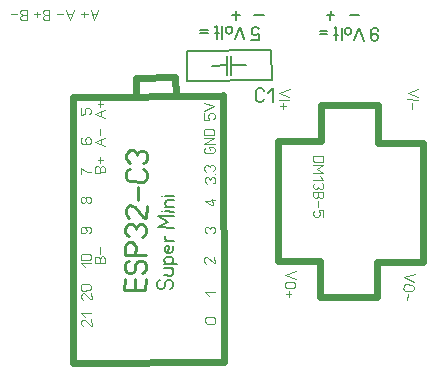
<source format=gbr>
%FSLAX34Y34*%
%MOMM*%
%LNSILK_TOP*%
G71*
G01*
%ADD10C,0.111*%
%ADD11C,0.600*%
%ADD12C,0.222*%
%ADD13C,0.167*%
%ADD14C,0.150*%
%ADD15C,0.144*%
%ADD16C,0.133*%
%LPD*%
G54D10*
X268474Y225662D02*
X268678Y220333D01*
X272564Y220482D01*
X272539Y221148D01*
X271933Y222459D01*
X271881Y223791D01*
X272385Y225145D01*
X273470Y225854D01*
X275690Y225939D01*
X276827Y225316D01*
X277432Y224005D01*
X277484Y222672D01*
X276980Y221319D01*
X275896Y220610D01*
G54D10*
X268380Y228104D02*
X277134Y231776D01*
X268124Y234766D01*
G54D10*
X184851Y175966D02*
X175969Y175624D01*
X175841Y178955D01*
X176345Y180309D01*
X177430Y181018D01*
X178540Y181060D01*
X179676Y180437D01*
X180282Y179126D01*
X180786Y180480D01*
X181871Y181188D01*
X182981Y181231D01*
X184117Y180607D01*
X184723Y179296D01*
X184851Y175966D01*
G54D10*
X180410Y175795D02*
X180282Y179126D01*
G54D10*
X180667Y183588D02*
X180462Y188917D01*
G54D10*
X178344Y186167D02*
X182785Y186338D01*
G54D10*
X184851Y99439D02*
X175968Y99098D01*
X175841Y102429D01*
X176345Y103783D01*
X177429Y104491D01*
X178540Y104534D01*
X179675Y103910D01*
X180282Y102599D01*
X180786Y103953D01*
X181870Y104662D01*
X182981Y104705D01*
X184117Y104081D01*
X184723Y102770D01*
X184851Y99439D01*
G54D10*
X180410Y99268D02*
X180282Y102599D01*
G54D10*
X180666Y107061D02*
X180462Y112390D01*
G54D10*
X184847Y198496D02*
X175837Y201486D01*
X184591Y205158D01*
G54D10*
X181465Y199701D02*
X181311Y203698D01*
G54D10*
X180611Y207452D02*
X180406Y212781D01*
G54D10*
X184848Y222199D02*
X175838Y225188D01*
X184592Y228860D01*
G54D10*
X181466Y223403D02*
X181312Y227400D01*
G54D10*
X180612Y231154D02*
X180407Y236483D01*
G54D10*
X178289Y233733D02*
X182730Y233904D01*
G54D10*
X340902Y245989D02*
X331851Y243126D01*
X340553Y239332D01*
G54D10*
X331548Y237356D02*
X340425Y236891D01*
G54D10*
X335304Y234712D02*
X335025Y229386D01*
G54D10*
X337384Y231933D02*
X332945Y232166D01*
G54D10*
X449974Y246114D02*
X440923Y243250D01*
X449625Y239456D01*
G54D10*
X440620Y237480D02*
X449497Y237015D01*
G54D10*
X444376Y234836D02*
X444097Y229510D01*
G54D10*
X446760Y89701D02*
X437709Y86837D01*
X446411Y83044D01*
G54D10*
X444339Y75364D02*
X438791Y75654D01*
X437717Y76378D01*
X437232Y77738D01*
X437301Y79070D01*
X437926Y80372D01*
X439070Y80980D01*
X444618Y80690D01*
X445693Y79965D01*
X446178Y78605D01*
X446108Y77273D01*
X445484Y75971D01*
X444339Y75364D01*
G54D10*
X440882Y73097D02*
X440603Y67772D01*
G54D10*
X346210Y92010D02*
X337159Y89147D01*
X345861Y85353D01*
G54D10*
X343790Y77673D02*
X338242Y77964D01*
X337168Y78688D01*
X336682Y80048D01*
X336752Y81380D01*
X337377Y82682D01*
X338521Y83290D01*
X344069Y82999D01*
X345144Y82275D01*
X345629Y80915D01*
X345559Y79583D01*
X344934Y78281D01*
X343790Y77673D01*
G54D10*
X340333Y75407D02*
X340054Y70081D01*
G54D10*
X342413Y72628D02*
X337975Y72861D01*
G54D11*
X366754Y69925D02*
X366754Y100925D01*
X330754Y100925D01*
X330754Y201925D01*
X367754Y201925D01*
X367754Y232925D01*
X415754Y232925D01*
X415754Y200925D01*
X453754Y200925D01*
X453754Y99925D01*
X414754Y99925D01*
X414754Y69925D01*
X366754Y69925D01*
G54D11*
X284312Y241034D02*
X284937Y15282D01*
X157365Y14781D01*
X157547Y239983D01*
X284468Y240820D01*
G54D12*
X218934Y85313D02*
X218804Y75981D01*
X201028Y76229D01*
X201158Y85562D01*
G54D12*
X209916Y76105D02*
X210046Y85437D01*
G54D12*
X215670Y90247D02*
X217910Y91550D01*
X219058Y94201D01*
X219096Y96867D01*
X218022Y99549D01*
X215819Y100913D01*
X213597Y100944D01*
X211356Y99642D01*
X210208Y96991D01*
X210170Y94325D01*
X209022Y91674D01*
X206781Y90372D01*
X204559Y90403D01*
X202356Y91767D01*
X201282Y94449D01*
X201320Y97115D01*
X202468Y99766D01*
X204708Y101069D01*
G54D12*
X219220Y105756D02*
X201444Y106004D01*
X201537Y112670D01*
X202685Y115321D01*
X204926Y116623D01*
X207147Y116592D01*
X209351Y115228D01*
X210425Y112546D01*
X210332Y105880D01*
G54D12*
X204994Y121512D02*
X202790Y122876D01*
X201717Y125558D01*
X201754Y128224D01*
X202902Y130875D01*
X205143Y132178D01*
X207365Y132146D01*
X209568Y130782D01*
X210642Y128100D01*
X211790Y130751D01*
X214031Y132053D01*
X216253Y132023D01*
X218456Y130658D01*
X219530Y127976D01*
X219493Y125310D01*
X218344Y122659D01*
X216104Y121357D01*
G54D12*
X219803Y147530D02*
X219654Y136865D01*
X218543Y136880D01*
X216340Y138244D01*
X209786Y146336D01*
X207582Y147701D01*
X205360Y147732D01*
X203119Y146430D01*
X201971Y143779D01*
X201934Y141113D01*
X203008Y138430D01*
X205211Y137066D01*
G54D12*
X212094Y152528D02*
X212243Y163194D01*
G54D12*
X216904Y178686D02*
X219108Y177322D01*
X220182Y174640D01*
X220144Y171974D01*
X218996Y169322D01*
X216755Y168020D01*
X205646Y168175D01*
X203442Y169539D01*
X202368Y172221D01*
X202406Y174888D01*
X203554Y177539D01*
X205794Y178841D01*
G54D12*
X205862Y183730D02*
X203659Y185094D01*
X202586Y187776D01*
X202622Y190442D01*
X203771Y193093D01*
X206011Y194396D01*
X208234Y194364D01*
X210437Y193000D01*
X211510Y190318D01*
X212659Y192969D01*
X214900Y194271D01*
X217121Y194240D01*
X219325Y192876D01*
X220399Y190194D01*
X220362Y187528D01*
X219213Y184877D01*
X216973Y183575D01*
G54D13*
X239522Y76797D02*
X241203Y77774D01*
X242064Y79762D01*
X242092Y81762D01*
X241287Y83773D01*
X239634Y84796D01*
X237967Y84820D01*
X236287Y83843D01*
X235426Y81855D01*
X235398Y79855D01*
X234537Y77867D01*
X232856Y76890D01*
X231190Y76914D01*
X229537Y77937D01*
X228732Y79948D01*
X228760Y81948D01*
X229621Y83936D01*
X231301Y84913D01*
G54D13*
X234769Y94532D02*
X242268Y94428D01*
G54D13*
X240602Y94451D02*
X241921Y93433D01*
X242226Y91428D01*
X241866Y89433D01*
X240518Y88452D01*
X234686Y88533D01*
G54D13*
X234821Y98199D02*
X245653Y98048D01*
G54D13*
X239820Y98129D02*
X242000Y99099D01*
X242362Y101094D01*
X242056Y103098D01*
X240404Y104122D01*
X237071Y104168D01*
X235390Y103191D01*
X234862Y101199D01*
X235334Y99192D01*
X237320Y98164D01*
G54D13*
X241705Y113771D02*
X242516Y112160D01*
X242488Y110160D01*
X241627Y108172D01*
X239955Y107795D01*
X237122Y107835D01*
X235469Y108858D01*
X234997Y110865D01*
X235525Y112858D01*
X236706Y113841D01*
X238372Y113818D01*
X238288Y107819D01*
G54D13*
X242590Y117427D02*
X235091Y117531D01*
G54D13*
X236757Y117508D02*
X235118Y119531D01*
X235146Y121531D01*
G54D13*
X242751Y128959D02*
X229419Y129145D01*
X237821Y134028D01*
X229558Y139144D01*
X242890Y138958D01*
G54D13*
X242941Y142625D02*
X235442Y142730D01*
G54D13*
X232943Y142764D02*
X232943Y142764D01*
G54D13*
X242993Y146291D02*
X235493Y146396D01*
G54D13*
X237160Y146373D02*
X236007Y147389D01*
X235535Y149396D01*
X236063Y151389D01*
X237244Y152372D01*
X243077Y152291D01*
G54D13*
X243128Y155958D02*
X235628Y156063D01*
G54D13*
X233129Y156097D02*
X233129Y156097D01*
G54D10*
X273070Y194532D02*
X272968Y197197D01*
X275743Y197304D01*
X276879Y196680D01*
X277485Y195369D01*
X277537Y194037D01*
X277033Y192683D01*
X275948Y191974D01*
X270396Y191761D01*
X269261Y192385D01*
X268654Y193696D01*
X268603Y195028D01*
X269107Y196382D01*
X270192Y197090D01*
G54D10*
X277315Y199810D02*
X268432Y199468D01*
X277110Y205139D01*
X268228Y204798D01*
G54D10*
X277016Y207581D02*
X268134Y207240D01*
X268006Y210570D01*
X268510Y211924D01*
X269595Y212633D01*
X275146Y212847D01*
X276282Y212222D01*
X276888Y210911D01*
X277016Y207581D01*
G54D10*
X270792Y166269D02*
X269657Y166892D01*
X269050Y168203D01*
X268999Y169536D01*
X269503Y170890D01*
X270588Y171598D01*
X271698Y171641D01*
X272834Y171017D01*
X273440Y169706D01*
X273944Y171060D01*
X275029Y171769D01*
X276139Y171812D01*
X277275Y171188D01*
X277881Y169877D01*
X277932Y168545D01*
X277429Y167191D01*
X276344Y166482D01*
G54D10*
X277711Y174318D02*
X277711Y174318D01*
G54D10*
X270400Y176483D02*
X269264Y177106D01*
X268658Y178417D01*
X268607Y179750D01*
X269111Y181103D01*
X270195Y181812D01*
X271306Y181854D01*
X272442Y181231D01*
X273048Y179920D01*
X273552Y181274D01*
X274636Y181982D01*
X275747Y182025D01*
X276883Y181402D01*
X277489Y180090D01*
X277540Y178758D01*
X277036Y177405D01*
X275952Y176696D01*
G54D10*
X277750Y152104D02*
X268868Y151764D01*
X274572Y147980D01*
X275683Y148023D01*
X275478Y153352D01*
G54D10*
X270660Y124293D02*
X269524Y124917D01*
X268918Y126228D01*
X268867Y127560D01*
X269371Y128914D01*
X270455Y129623D01*
X271566Y129665D01*
X272701Y129042D01*
X273308Y127731D01*
X273812Y129084D01*
X274896Y129793D01*
X276007Y129835D01*
X277143Y129212D01*
X277749Y127901D01*
X277800Y126569D01*
X277296Y125215D01*
X276212Y124507D01*
G54D10*
X277091Y104196D02*
X277296Y98867D01*
X276740Y98846D01*
X275605Y99470D01*
X272120Y103338D01*
X270984Y103962D01*
X269874Y103919D01*
X268789Y103210D01*
X268286Y101857D01*
X268337Y100524D01*
X268943Y99213D01*
X270078Y98590D01*
G54D10*
X272563Y71207D02*
X269104Y74410D01*
X277986Y74751D01*
G54D10*
X270666Y52935D02*
X276217Y53148D01*
X277353Y52525D01*
X277959Y51214D01*
X278011Y49881D01*
X277507Y48528D01*
X276422Y47819D01*
X270871Y47606D01*
X269735Y48229D01*
X269128Y49540D01*
X269077Y50872D01*
X269581Y52226D01*
X270666Y52935D01*
G54D10*
X163864Y230053D02*
X164069Y224724D01*
X167955Y224873D01*
X167929Y225539D01*
X167323Y226850D01*
X167272Y228183D01*
X167776Y229536D01*
X168860Y230245D01*
X171081Y230330D01*
X172217Y229707D01*
X172823Y228396D01*
X172874Y227064D01*
X172370Y225710D01*
X171286Y225001D01*
G54D10*
X165452Y205281D02*
X164368Y204572D01*
X163864Y203218D01*
X163915Y201886D01*
X164521Y200574D01*
X165657Y199951D01*
X168433Y200057D01*
X168988Y200079D01*
X167801Y202035D01*
X167750Y203368D01*
X168254Y204721D01*
X169338Y205430D01*
X171004Y205494D01*
X172140Y204870D01*
X172746Y203559D01*
X172797Y202227D01*
X172294Y200873D01*
X171208Y200164D01*
X168433Y200057D01*
G54D10*
X164068Y174184D02*
X163864Y179513D01*
X165000Y178890D01*
X166716Y177621D01*
X168988Y176374D01*
X170679Y175772D01*
X172899Y175857D01*
G54D10*
X168305Y153170D02*
X168356Y151839D01*
X167852Y150485D01*
X166768Y149776D01*
X165657Y149733D01*
X164522Y150356D01*
X163915Y151668D01*
X163864Y153000D01*
X164368Y154354D01*
X165453Y155063D01*
X166563Y155105D01*
X167699Y154482D01*
X168305Y153170D01*
X168809Y154524D01*
X169894Y155233D01*
X171004Y155276D01*
X172140Y154653D01*
X172746Y153341D01*
X172798Y152009D01*
X172294Y150655D01*
X171209Y149946D01*
X170099Y149903D01*
X168963Y150528D01*
X168356Y151839D01*
G54D10*
X171209Y124454D02*
X172294Y125163D01*
X172798Y126517D01*
X172746Y127849D01*
X172140Y129160D01*
X171004Y129783D01*
X168229Y129677D01*
X167674Y129656D01*
X168860Y127700D01*
X168912Y126368D01*
X168408Y125014D01*
X167323Y124305D01*
X165657Y124241D01*
X164522Y124864D01*
X163915Y126176D01*
X163864Y127508D01*
X164368Y128862D01*
X165453Y129570D01*
X168229Y129677D01*
G54D10*
X167545Y95670D02*
X164086Y98872D01*
X172968Y99213D01*
G54D10*
X165453Y106707D02*
X171004Y106921D01*
X172140Y106297D01*
X172746Y104986D01*
X172797Y103654D01*
X172294Y102300D01*
X171209Y101592D01*
X165657Y101378D01*
X164521Y102002D01*
X163915Y103313D01*
X163864Y104645D01*
X164368Y105999D01*
X165453Y106707D01*
G54D10*
X172969Y73554D02*
X173173Y68225D01*
X172618Y68203D01*
X171482Y68827D01*
X167998Y72696D01*
X166862Y73319D01*
X165752Y73277D01*
X164667Y72568D01*
X164163Y71214D01*
X164214Y69882D01*
X164820Y68571D01*
X165956Y67947D01*
G54D10*
X165453Y81048D02*
X171005Y81261D01*
X172141Y80638D01*
X172747Y79326D01*
X172798Y77994D01*
X172294Y76641D01*
X171209Y75932D01*
X165658Y75719D01*
X164522Y76342D01*
X163916Y77653D01*
X163864Y78986D01*
X164369Y80339D01*
X165453Y81048D01*
G54D10*
X172955Y51337D02*
X173159Y46007D01*
X172604Y45986D01*
X171468Y46610D01*
X167984Y50478D01*
X166848Y51102D01*
X165738Y51059D01*
X164653Y50350D01*
X164149Y48997D01*
X164200Y47665D01*
X164807Y46354D01*
X165942Y45730D01*
G54D10*
X167309Y53565D02*
X163851Y56768D01*
X172733Y57109D01*
G54D10*
X360647Y189641D02*
X369536Y189641D01*
X369536Y186307D01*
X368981Y184974D01*
X367870Y184307D01*
X362314Y184307D01*
X361203Y184974D01*
X360647Y186307D01*
X360647Y189641D01*
G54D10*
X360647Y181864D02*
X369536Y181864D01*
X363981Y178530D01*
X369536Y175197D01*
X360647Y175197D01*
G54D10*
X366203Y172753D02*
X369536Y169419D01*
X360647Y169419D01*
G54D10*
X367870Y166976D02*
X368981Y166309D01*
X369536Y164976D01*
X369536Y163642D01*
X368981Y162309D01*
X367870Y161642D01*
X366759Y161642D01*
X365647Y162309D01*
X365092Y163642D01*
X364536Y162309D01*
X363425Y161642D01*
X362314Y161642D01*
X361203Y162309D01*
X360647Y163642D01*
X360647Y164976D01*
X361203Y166309D01*
X362314Y166976D01*
G54D10*
X360647Y159199D02*
X369536Y159199D01*
X369536Y155865D01*
X368981Y154532D01*
X367870Y153865D01*
X366759Y153865D01*
X365647Y154532D01*
X365092Y155865D01*
X364536Y154532D01*
X363425Y153865D01*
X362314Y153865D01*
X361203Y154532D01*
X360647Y155865D01*
X360647Y159199D01*
G54D10*
X365092Y159199D02*
X365092Y155865D01*
G54D10*
X364536Y151422D02*
X364536Y146088D01*
G54D10*
X369536Y138311D02*
X369536Y143645D01*
X365647Y143645D01*
X365647Y142978D01*
X366203Y141645D01*
X366203Y140311D01*
X365647Y138978D01*
X364536Y138311D01*
X362314Y138311D01*
X361203Y138978D01*
X360647Y140311D01*
X360647Y141645D01*
X361203Y142978D01*
X362314Y143645D01*
G54D11*
X210725Y241411D02*
X210699Y255728D01*
X244221Y256838D01*
X244459Y241543D01*
G54D14*
X325679Y253932D02*
X325457Y279332D01*
X253860Y278707D01*
X254081Y253308D01*
X325679Y253932D01*
G54D14*
X291439Y258334D02*
X291299Y274333D01*
G54D14*
X288239Y258306D02*
X288099Y274305D01*
G54D14*
X304069Y266444D02*
X291369Y266334D01*
G54D14*
X288169Y266306D02*
X275470Y266195D01*
G54D15*
X319517Y237481D02*
X318675Y236021D01*
X316955Y235269D01*
X315222Y235239D01*
X313476Y235930D01*
X312584Y237360D01*
X312458Y244581D01*
X313300Y246040D01*
X315020Y246792D01*
X316753Y246823D01*
X318499Y246131D01*
X319391Y244702D01*
G54D15*
X322606Y242591D02*
X326863Y246999D01*
X327064Y235445D01*
G54D16*
X416064Y295815D02*
X415288Y297162D01*
X413700Y297856D01*
X412100Y297884D01*
X410489Y297245D01*
X409665Y295926D01*
X409607Y292593D01*
X409596Y291927D01*
X412019Y293218D01*
X413618Y293190D01*
X415206Y292496D01*
X415983Y291149D01*
X415948Y289149D01*
X415125Y287830D01*
X413514Y287191D01*
X411914Y287219D01*
X410326Y287914D01*
X409549Y289261D01*
X409607Y292593D01*
G54D16*
X403489Y287366D02*
X399676Y298101D01*
X395490Y287506D01*
G54D16*
X387917Y296706D02*
X387870Y294040D01*
X388647Y292693D01*
X390240Y292265D01*
X391846Y292637D01*
X392669Y293956D01*
X392716Y296622D01*
X391939Y297969D01*
X390344Y298264D01*
X388740Y298025D01*
X387917Y296706D01*
G54D16*
X385012Y298357D02*
X384826Y287692D01*
G54D16*
X380294Y287771D02*
X380468Y297769D01*
X379680Y298450D01*
X378875Y298197D01*
G54D16*
X381975Y292409D02*
X378775Y292465D01*
G54D16*
X372750Y292570D02*
X366351Y292682D01*
G54D16*
X372797Y295236D02*
X366398Y295348D01*
G54D13*
X375674Y312775D02*
X375255Y304786D01*
G54D13*
X372136Y308955D02*
X378793Y308606D01*
G54D13*
X392022Y309294D02*
X400011Y308875D01*
G54D13*
X295674Y312775D02*
X295255Y304786D01*
G54D13*
X292136Y308955D02*
X298793Y308606D01*
G54D13*
X311022Y309294D02*
X319011Y308875D01*
G54D10*
X137250Y313488D02*
X137250Y304599D01*
X133916Y304599D01*
X132583Y305155D01*
X131916Y306266D01*
X131916Y307377D01*
X132583Y308488D01*
X133916Y309044D01*
X132583Y309599D01*
X131916Y310710D01*
X131916Y311821D01*
X132583Y312933D01*
X133916Y313488D01*
X137250Y313488D01*
G54D10*
X137250Y309044D02*
X133916Y309044D01*
G54D10*
X129473Y309599D02*
X124139Y309599D01*
G54D10*
X126806Y307377D02*
X126806Y311821D01*
G54D10*
X118129Y313488D02*
X118129Y304599D01*
X114796Y304599D01*
X113463Y305154D01*
X112796Y306265D01*
X112796Y307376D01*
X113463Y308488D01*
X114796Y309043D01*
X113463Y309599D01*
X112796Y310710D01*
X112796Y311821D01*
X113463Y312932D01*
X114796Y313488D01*
X118129Y313488D01*
G54D10*
X118129Y309043D02*
X114796Y309043D01*
G54D10*
X110352Y309599D02*
X105019Y309599D01*
G54D10*
X158071Y313480D02*
X154738Y304591D01*
X151405Y313480D01*
G54D10*
X156738Y310147D02*
X152738Y310147D01*
G54D10*
X148960Y309591D02*
X143627Y309591D01*
G54D10*
X178960Y313479D02*
X175627Y304591D01*
X172294Y313479D01*
G54D10*
X177627Y310146D02*
X173627Y310146D01*
G54D10*
X169849Y309591D02*
X164516Y309591D01*
G54D10*
X167182Y307368D02*
X167182Y311813D01*
G54D16*
X308514Y288261D02*
X314913Y288149D01*
X314995Y292815D01*
X314195Y292829D01*
X312583Y292191D01*
X310984Y292218D01*
X309396Y292913D01*
X308619Y294260D01*
X308665Y296926D01*
X309489Y298245D01*
X311100Y298884D01*
X312700Y298856D01*
X314288Y298162D01*
X315064Y296815D01*
G54D16*
X302489Y288366D02*
X298676Y299101D01*
X294490Y288506D01*
G54D16*
X286917Y297706D02*
X286870Y295040D01*
X287647Y293693D01*
X289240Y293265D01*
X290846Y293637D01*
X291669Y294956D01*
X291716Y297622D01*
X290939Y298969D01*
X289344Y299264D01*
X287740Y299025D01*
X286917Y297706D01*
G54D16*
X284012Y299357D02*
X283826Y288692D01*
G54D16*
X279294Y288771D02*
X279468Y298769D01*
X278680Y299450D01*
X277875Y299197D01*
G54D16*
X280975Y293409D02*
X277775Y293465D01*
G54D16*
X271750Y293570D02*
X265351Y293682D01*
G54D16*
X271797Y296236D02*
X265398Y296348D01*
M02*

</source>
